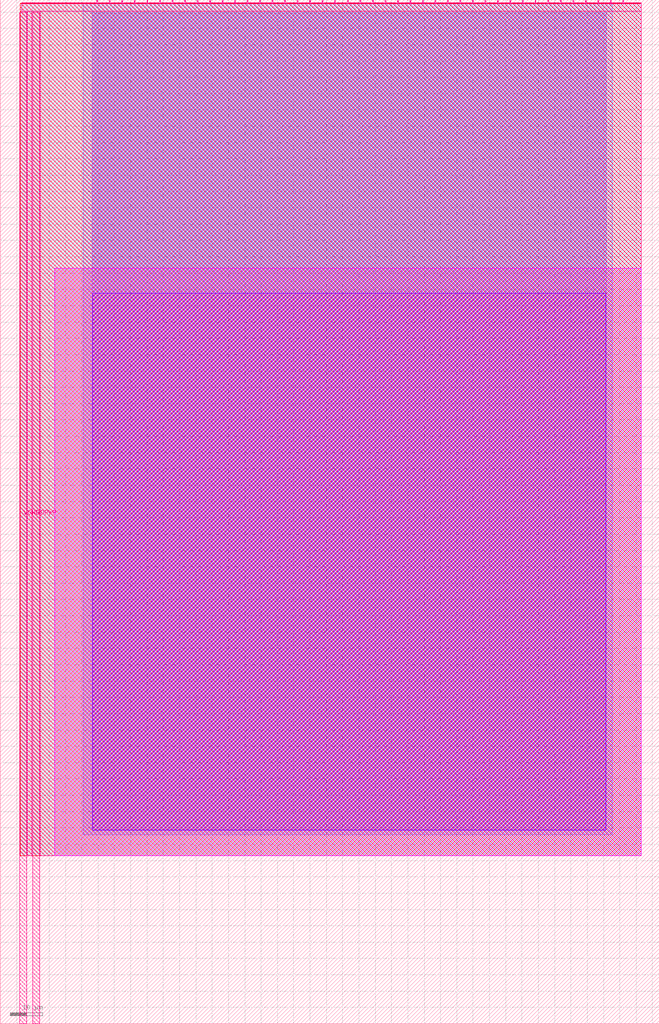
<source format=lef>
VERSION 5.7 ;
  NOWIREEXTENSIONATPIN ON ;
  DIVIDERCHAR "/" ;
  BUSBITCHARS "[]" ;
MACRO tt_um_oscillating_bones
  CLASS BLOCK ;
  FOREIGN tt_um_oscillating_bones ;
  ORIGIN 0.000 0.000 ;
  SIZE 202.080 BY 313.740 ;
  PIN ena
    PORT
      LAYER Metal5 ;
        RECT 190.890 312.740 191.190 313.740 ;
    END
  END ena
  PIN clk
    PORT
      LAYER Metal5 ;
        RECT 187.050 312.740 187.350 313.740 ;
    END
  END clk
  PIN rst_n
    PORT
      LAYER Metal5 ;
        RECT 183.210 312.740 183.510 313.740 ;
    END
  END rst_n
  PIN ui_in[0]
    PORT
      LAYER Metal5 ;
        RECT 179.370 312.740 179.670 313.740 ;
    END
  END ui_in[0]
  PIN ui_in[1]
    PORT
      LAYER Metal5 ;
        RECT 175.530 312.740 175.830 313.740 ;
    END
  END ui_in[1]
  PIN ui_in[2]
    PORT
      LAYER Metal5 ;
        RECT 171.690 312.740 171.990 313.740 ;
    END
  END ui_in[2]
  PIN ui_in[3]
    PORT
      LAYER Metal5 ;
        RECT 167.850 312.740 168.150 313.740 ;
    END
  END ui_in[3]
  PIN ui_in[4]
    PORT
      LAYER Metal5 ;
        RECT 164.010 312.740 164.310 313.740 ;
    END
  END ui_in[4]
  PIN ui_in[5]
    PORT
      LAYER Metal5 ;
        RECT 160.170 312.740 160.470 313.740 ;
    END
  END ui_in[5]
  PIN ui_in[6]
    PORT
      LAYER Metal5 ;
        RECT 156.330 312.740 156.630 313.740 ;
    END
  END ui_in[6]
  PIN ui_in[7]
    PORT
      LAYER Metal5 ;
        RECT 152.490 312.740 152.790 313.740 ;
    END
  END ui_in[7]
  PIN uio_in[0]
    PORT
      LAYER Metal5 ;
        RECT 148.650 312.740 148.950 313.740 ;
    END
  END uio_in[0]
  PIN uio_in[1]
    PORT
      LAYER Metal5 ;
        RECT 144.810 312.740 145.110 313.740 ;
    END
  END uio_in[1]
  PIN uio_in[2]
    PORT
      LAYER Metal5 ;
        RECT 140.970 312.740 141.270 313.740 ;
    END
  END uio_in[2]
  PIN uio_in[3]
    PORT
      LAYER Metal5 ;
        RECT 137.130 312.740 137.430 313.740 ;
    END
  END uio_in[3]
  PIN uio_in[4]
    PORT
      LAYER Metal5 ;
        RECT 133.290 312.740 133.590 313.740 ;
    END
  END uio_in[4]
  PIN uio_in[5]
    PORT
      LAYER Metal5 ;
        RECT 129.450 312.740 129.750 313.740 ;
    END
  END uio_in[5]
  PIN uio_in[6]
    PORT
      LAYER Metal5 ;
        RECT 125.610 312.740 125.910 313.740 ;
    END
  END uio_in[6]
  PIN uio_in[7]
    PORT
      LAYER Metal5 ;
        RECT 121.770 312.740 122.070 313.740 ;
    END
  END uio_in[7]
  PIN uo_out[0]
    ANTENNAGATEAREA 3.481800 ;
    ANTENNADIFFAREA 12.700800 ;
    PORT
      LAYER Metal5 ;
        RECT 117.930 312.740 118.230 313.740 ;
    END
  END uo_out[0]
  PIN uo_out[1]
    ANTENNAGATEAREA 0.241800 ;
    ANTENNADIFFAREA 0.712400 ;
    PORT
      LAYER Metal5 ;
        RECT 114.090 312.740 114.390 313.740 ;
    END
  END uo_out[1]
  PIN uo_out[2]
    ANTENNAGATEAREA 0.241800 ;
    ANTENNADIFFAREA 0.712400 ;
    PORT
      LAYER Metal5 ;
        RECT 110.250 312.740 110.550 313.740 ;
    END
  END uo_out[2]
  PIN uo_out[3]
    ANTENNADIFFAREA 0.712400 ;
    PORT
      LAYER Metal5 ;
        RECT 106.410 312.740 106.710 313.740 ;
    END
  END uo_out[3]
  PIN uo_out[4]
    ANTENNADIFFAREA 119.649071 ;
    PORT
      LAYER Metal5 ;
        RECT 102.570 312.740 102.870 313.740 ;
    END
  END uo_out[4]
  PIN uo_out[5]
    ANTENNADIFFAREA 119.649071 ;
    PORT
      LAYER Metal5 ;
        RECT 98.730 312.740 99.030 313.740 ;
    END
  END uo_out[5]
  PIN uo_out[6]
    ANTENNADIFFAREA 119.649071 ;
    PORT
      LAYER Metal5 ;
        RECT 94.890 312.740 95.190 313.740 ;
    END
  END uo_out[6]
  PIN uo_out[7]
    ANTENNADIFFAREA 119.649071 ;
    PORT
      LAYER Metal5 ;
        RECT 91.050 312.740 91.350 313.740 ;
    END
  END uo_out[7]
  PIN uio_out[0]
    ANTENNADIFFAREA 119.649071 ;
    PORT
      LAYER Metal5 ;
        RECT 87.210 312.740 87.510 313.740 ;
    END
  END uio_out[0]
  PIN uio_out[1]
    ANTENNADIFFAREA 119.649071 ;
    PORT
      LAYER Metal5 ;
        RECT 83.370 312.740 83.670 313.740 ;
    END
  END uio_out[1]
  PIN uio_out[2]
    ANTENNADIFFAREA 119.649071 ;
    PORT
      LAYER Metal5 ;
        RECT 79.530 312.740 79.830 313.740 ;
    END
  END uio_out[2]
  PIN uio_out[3]
    ANTENNADIFFAREA 119.649071 ;
    PORT
      LAYER Metal5 ;
        RECT 75.690 312.740 75.990 313.740 ;
    END
  END uio_out[3]
  PIN uio_out[4]
    ANTENNADIFFAREA 119.649071 ;
    PORT
      LAYER Metal5 ;
        RECT 71.850 312.740 72.150 313.740 ;
    END
  END uio_out[4]
  PIN uio_out[5]
    ANTENNADIFFAREA 119.649071 ;
    PORT
      LAYER Metal5 ;
        RECT 68.010 312.740 68.310 313.740 ;
    END
  END uio_out[5]
  PIN uio_out[6]
    ANTENNADIFFAREA 119.649071 ;
    PORT
      LAYER Metal5 ;
        RECT 64.170 312.740 64.470 313.740 ;
    END
  END uio_out[6]
  PIN uio_out[7]
    ANTENNADIFFAREA 119.649071 ;
    PORT
      LAYER Metal5 ;
        RECT 60.330 312.740 60.630 313.740 ;
    END
  END uio_out[7]
  PIN uio_oe[0]
    ANTENNADIFFAREA 119.649071 ;
    PORT
      LAYER Metal5 ;
        RECT 56.490 312.740 56.790 313.740 ;
    END
  END uio_oe[0]
  PIN uio_oe[1]
    ANTENNADIFFAREA 119.649071 ;
    PORT
      LAYER Metal5 ;
        RECT 52.650 312.740 52.950 313.740 ;
    END
  END uio_oe[1]
  PIN uio_oe[2]
    ANTENNADIFFAREA 119.649071 ;
    PORT
      LAYER Metal5 ;
        RECT 48.810 312.740 49.110 313.740 ;
    END
  END uio_oe[2]
  PIN uio_oe[3]
    ANTENNADIFFAREA 119.649071 ;
    PORT
      LAYER Metal5 ;
        RECT 44.970 312.740 45.270 313.740 ;
    END
  END uio_oe[3]
  PIN uio_oe[4]
    ANTENNADIFFAREA 119.649071 ;
    PORT
      LAYER Metal5 ;
        RECT 41.130 312.740 41.430 313.740 ;
    END
  END uio_oe[4]
  PIN uio_oe[5]
    ANTENNADIFFAREA 119.649071 ;
    PORT
      LAYER Metal5 ;
        RECT 37.290 312.740 37.590 313.740 ;
    END
  END uio_oe[5]
  PIN uio_oe[6]
    ANTENNADIFFAREA 119.649071 ;
    PORT
      LAYER Metal5 ;
        RECT 33.450 312.740 33.750 313.740 ;
    END
  END uio_oe[6]
  PIN uio_oe[7]
    ANTENNADIFFAREA 119.649071 ;
    PORT
      LAYER Metal5 ;
        RECT 29.610 312.740 29.910 313.740 ;
    END
  END uio_oe[7]
  PIN VGND
    ANTENNADIFFAREA 119.649071 ;
    USE GROUND ;
    PORT
      LAYER Metal5 ;
        RECT 5.900 0.000 8.100 310.000 ;
    END
  END VGND
  PIN VDPWR
    ANTENNADIFFAREA 126.628197 ;
    USE POWER ;
    PORT
      LAYER Metal5 ;
        RECT 9.900 0.000 12.100 310.000 ;
    END
  END VDPWR
  OBS
      LAYER GatPoly ;
        RECT 28.200 59.385 185.850 309.725 ;
      LAYER Metal1 ;
        RECT 28.200 59.385 185.850 309.795 ;
      LAYER Metal2 ;
        RECT 25.480 57.840 187.730 312.715 ;
      LAYER Metal3 ;
        RECT 6.065 51.470 196.625 312.715 ;
      LAYER Metal4 ;
        RECT 6.080 51.470 196.625 312.715 ;
      LAYER Metal5 ;
        RECT 6.550 312.530 29.400 312.875 ;
        RECT 30.120 312.530 33.240 312.875 ;
        RECT 33.960 312.530 37.080 312.875 ;
        RECT 37.800 312.530 40.920 312.875 ;
        RECT 41.640 312.530 44.760 312.875 ;
        RECT 45.480 312.530 48.600 312.875 ;
        RECT 49.320 312.530 52.440 312.875 ;
        RECT 53.160 312.530 56.280 312.875 ;
        RECT 57.000 312.530 60.120 312.875 ;
        RECT 60.840 312.530 63.960 312.875 ;
        RECT 64.680 312.530 67.800 312.875 ;
        RECT 68.520 312.530 71.640 312.875 ;
        RECT 72.360 312.530 75.480 312.875 ;
        RECT 76.200 312.530 79.320 312.875 ;
        RECT 80.040 312.530 83.160 312.875 ;
        RECT 83.880 312.530 87.000 312.875 ;
        RECT 87.720 312.530 90.840 312.875 ;
        RECT 91.560 312.530 94.680 312.875 ;
        RECT 95.400 312.530 98.520 312.875 ;
        RECT 99.240 312.530 102.360 312.875 ;
        RECT 103.080 312.530 106.200 312.875 ;
        RECT 106.920 312.530 110.040 312.875 ;
        RECT 110.760 312.530 113.880 312.875 ;
        RECT 114.600 312.530 117.720 312.875 ;
        RECT 118.440 312.530 121.560 312.875 ;
        RECT 122.280 312.530 125.400 312.875 ;
        RECT 126.120 312.530 129.240 312.875 ;
        RECT 129.960 312.530 133.080 312.875 ;
        RECT 133.800 312.530 136.920 312.875 ;
        RECT 137.640 312.530 140.760 312.875 ;
        RECT 141.480 312.530 144.600 312.875 ;
        RECT 145.320 312.530 148.440 312.875 ;
        RECT 149.160 312.530 152.280 312.875 ;
        RECT 153.000 312.530 156.120 312.875 ;
        RECT 156.840 312.530 159.960 312.875 ;
        RECT 160.680 312.530 163.800 312.875 ;
        RECT 164.520 312.530 167.640 312.875 ;
        RECT 168.360 312.530 171.480 312.875 ;
        RECT 172.200 312.530 175.320 312.875 ;
        RECT 176.040 312.530 179.160 312.875 ;
        RECT 179.880 312.530 183.000 312.875 ;
        RECT 183.720 312.530 186.840 312.875 ;
        RECT 187.560 312.530 190.680 312.875 ;
        RECT 191.400 312.530 196.625 312.875 ;
        RECT 6.550 310.210 196.625 312.530 ;
        RECT 8.310 51.470 9.690 310.210 ;
        RECT 12.310 51.470 196.625 310.210 ;
      LAYER TopMetal1 ;
        RECT 16.625 51.470 196.625 231.470 ;
      LAYER TopMetal2 ;
        RECT 28.300 59.235 185.650 223.905 ;
  END
END tt_um_oscillating_bones
END LIBRARY


</source>
